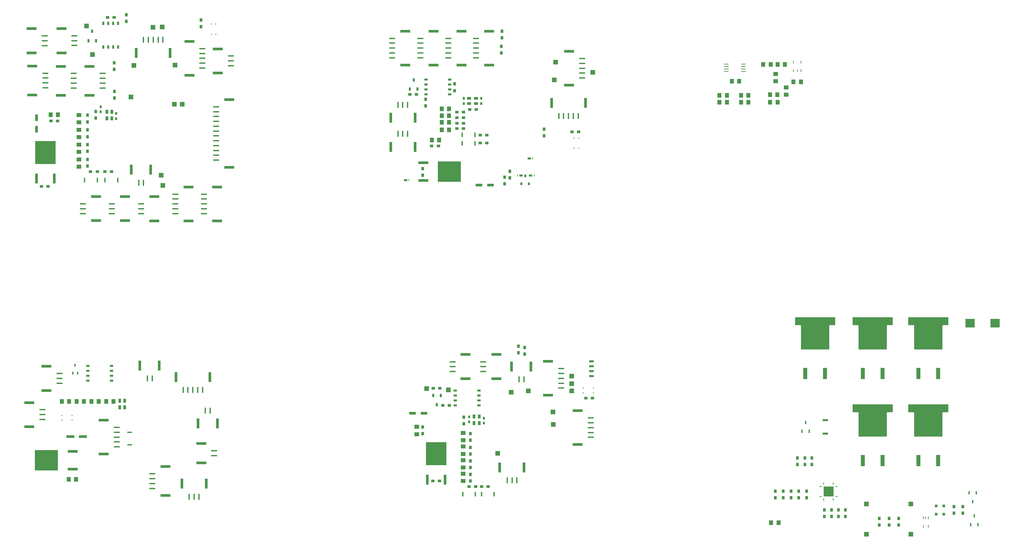
<source format=gbr>
G04 DipTrace 3.2.0.1*
G04 TopPaste.gbr*
%MOIN*%
G04 #@! TF.FileFunction,Paste,Top*
G04 #@! TF.Part,Single*
%AMOUTLINE2*
4,1,16,
0.204724,0.081693,
0.147638,0.081693,
0.146131,0.081393,
0.144854,0.08054,
0.144,0.079263,
0.143701,0.077756,
0.143701,-0.162402,
-0.143701,-0.162402,
-0.143701,0.077756,
-0.144,0.079263,
-0.144854,0.08054,
-0.146131,0.081393,
-0.147638,0.081693,
-0.204724,0.081693,
-0.204724,0.162402,
0.204724,0.162402,
0.204724,0.081693,
0*%
%AMOUTLINE5*
4,1,5,
-0.001969,-0.012795,
-0.001969,0.012795,
0.000338,0.012795,
0.001969,0.011165,
0.001969,-0.012795,
-0.001969,-0.012795,
0*%
%AMOUTLINE8*
4,1,5,
0.001969,-0.012795,
0.001969,0.012795,
-0.001969,0.012795,
-0.001969,-0.011165,
-0.000338,-0.012795,
0.001969,-0.012795,
0*%
%AMOUTLINE11*
4,1,5,
-0.012795,-0.001969,
0.012795,-0.001969,
0.012795,0.000338,
0.011165,0.001969,
-0.012795,0.001969,
-0.012795,-0.001969,
0*%
%AMOUTLINE14*
4,1,5,
0.012795,0.001969,
-0.012795,0.001969,
-0.012795,-0.000338,
-0.011165,-0.001969,
0.012795,-0.001969,
0.012795,0.001969,
0*%
%AMOUTLINE17*
4,1,5,
0.001969,0.012795,
0.001969,-0.012795,
-0.001969,-0.012795,
-0.001969,0.011165,
-0.000338,0.012795,
0.001969,0.012795,
0*%
%AMOUTLINE20*
4,1,5,
-0.001969,-0.012795,
-0.001969,0.012795,
0.001969,0.012795,
0.001969,-0.011165,
0.000338,-0.012795,
-0.001969,-0.012795,
0*%
%AMOUTLINE23*
4,1,5,
-0.012795,0.001969,
0.012795,0.001969,
0.012795,-0.000338,
0.011165,-0.001969,
-0.012795,-0.001969,
-0.012795,0.001969,
0*%
%AMOUTLINE26*
4,1,5,
0.012795,-0.001969,
-0.012795,-0.001969,
-0.012795,0.000338,
-0.011165,0.001969,
0.012795,0.001969,
0.012795,-0.001969,
0*%
%ADD61R,0.031496X0.035433*%
%ADD104R,0.031496X0.027559*%
%ADD106R,0.007874X0.027559*%
%ADD108R,0.102362X0.102362*%
%ADD110R,0.003937X0.025591*%
%ADD112R,0.025591X0.003937*%
%ADD114R,0.043307X0.114173*%
%ADD116R,0.017717X0.033465*%
%ADD122R,0.055118X0.023622*%
%ADD124R,0.094488X0.086614*%
%ADD130R,0.047244X0.019685*%
%ADD132R,0.051181X0.01378*%
%ADD134R,0.011024X0.014567*%
%ADD136R,0.011811X0.025591*%
%ADD138R,0.07874X0.031496*%
%ADD144R,0.009843X0.029528*%
%ADD146R,0.049213X0.009843*%
%ADD148R,0.03937X0.031496*%
%ADD150R,0.234252X0.21063*%
%ADD152R,0.100394X0.031496*%
%ADD154R,0.037126X0.022126*%
%ADD155R,0.023622X0.027559*%
%ADD157R,0.032874X0.019291*%
%ADD159R,0.007283X0.019291*%
%ADD161R,0.070866X0.031496*%
%ADD163R,0.031496X0.03937*%
%ADD165R,0.21063X0.234252*%
%ADD167R,0.031496X0.100394*%
%ADD169R,0.022126X0.037126*%
%ADD171R,0.003937X0.03937*%
%ADD173R,0.03937X0.003937*%
%ADD175R,0.014567X0.011024*%
%ADD181R,0.015748X0.059055*%
%ADD183R,0.031496X0.102362*%
%ADD185R,0.059055X0.015748*%
%ADD187R,0.102362X0.031496*%
%ADD189R,0.043307X0.051181*%
%ADD191R,0.051181X0.043307*%
%ADD193R,0.023622X0.033465*%
%ADD195R,0.019685X0.027559*%
%ADD197R,0.031496X0.070866*%
%ADD200R,0.035433X0.031496*%
%ADD202R,0.01378X0.051181*%
%ADD204R,0.051181X0.051181*%
%ADD213OUTLINE2*%
%ADD216OUTLINE5*%
%ADD219OUTLINE8*%
%ADD222OUTLINE11*%
%ADD225OUTLINE14*%
%ADD228OUTLINE17*%
%ADD231OUTLINE20*%
%ADD234OUTLINE23*%
%ADD237OUTLINE26*%
%FSLAX26Y26*%
G04*
G70*
G90*
G75*
G01*
G04 TopPaste*
%LPD*%
D204*
X2385035Y5409500D3*
X2366741Y5511835D3*
D202*
X1719038Y5462832D3*
X1591085D3*
X1797778D3*
X1925731D3*
D197*
X1105192Y6097962D3*
Y5979852D3*
D195*
X1753411Y6207802D3*
Y6156621D3*
X1909644Y6139059D3*
Y6087878D3*
D61*
X2770278Y7085094D3*
Y7018165D3*
D200*
X1890853Y7113811D3*
X1823924D3*
X1155193Y5399407D3*
X1222122D3*
D204*
X1669016Y6735366D3*
X1610836Y7026705D3*
D193*
X1631474Y6877463D3*
X1706277D3*
X1668875Y6971951D3*
D191*
X1534018Y5898256D3*
Y5973059D3*
Y5748256D3*
Y5823059D3*
Y5598256D3*
Y5673059D3*
Y6048256D3*
Y6123059D3*
D189*
X1320550Y6125198D3*
X1245747D3*
D204*
X2091151Y6625130D3*
X2059655Y6307110D3*
D187*
X3055949Y5592858D3*
Y6279866D3*
D185*
X2924059Y5960969D3*
Y5714906D3*
Y5764118D3*
Y5665693D3*
Y5813331D3*
Y5862543D3*
Y6010181D3*
Y5911756D3*
Y6059394D3*
Y6108606D3*
Y6157819D3*
Y6207031D3*
D187*
X1061917Y6620625D3*
Y6327318D3*
D185*
X1193807Y6498577D3*
Y6449365D3*
Y6547790D3*
Y6400152D3*
D187*
X1706469Y5051638D3*
Y5297701D3*
D185*
X1574579Y5124472D3*
Y5173685D3*
Y5222898D3*
D187*
X1999930Y5051732D3*
Y5297795D3*
D185*
X1868041Y5124567D3*
Y5173780D3*
Y5222992D3*
D187*
X2296310Y5051114D3*
Y5297177D3*
D185*
X2164420Y5123949D3*
Y5173161D3*
Y5222374D3*
D187*
X2642332Y5051205D3*
Y5393724D3*
D185*
X2510442Y5124039D3*
Y5173252D3*
Y5222465D3*
Y5124039D3*
Y5271677D3*
Y5320890D3*
D187*
X2933671Y5051205D3*
Y5393724D3*
D185*
X2801781Y5124039D3*
Y5173252D3*
Y5222465D3*
Y5124039D3*
Y5271677D3*
Y5320890D3*
D187*
X1349396Y6617843D3*
Y6324535D3*
D185*
X1481286Y6495795D3*
Y6446583D3*
Y6545008D3*
Y6397370D3*
D187*
X1640648Y6617843D3*
Y6324535D3*
D185*
X1772538Y6495795D3*
Y6446583D3*
Y6545008D3*
Y6397370D3*
D187*
X2941545Y6794421D3*
Y6548358D3*
D185*
X3073434Y6721587D3*
Y6672374D3*
Y6623161D3*
D183*
X2115577Y6754285D3*
X2458097D3*
D181*
X2237625Y6886175D3*
X2286837D3*
X2188412D3*
X2336050D3*
X2385262D3*
D187*
X1357067Y6999510D3*
Y6753448D3*
D185*
X1488957Y6926676D3*
Y6877463D3*
Y6828251D3*
D187*
X2653504Y6869735D3*
Y6527215D3*
D185*
X2785394Y6747688D3*
Y6698475D3*
Y6796900D3*
Y6649262D3*
Y6600050D3*
D183*
X2261378Y5568773D3*
X2064528D3*
D181*
X2188543Y5436883D3*
X2139331D3*
D187*
X1055177Y6999244D3*
Y6753181D3*
D185*
X1187067Y6926409D3*
Y6877197D3*
Y6827984D3*
D200*
X1864707Y5549446D3*
X1797778D3*
X1652109D3*
X1719038D3*
D61*
X1890364Y6585136D3*
Y6652066D3*
X1894301Y6362228D3*
Y6295299D3*
X1621522Y5606327D3*
Y5673256D3*
Y5756327D3*
Y5823256D3*
X1621521Y5904507D3*
Y5971436D3*
Y6054507D3*
Y6121436D3*
X1703416Y6093001D3*
Y6159930D3*
X2013227Y7071924D3*
Y7138853D3*
D200*
X1317692Y6062299D3*
X1250762D3*
D175*
X2922163Y6943417D3*
Y7046567D3*
X2876493Y6943417D3*
Y7046567D3*
D204*
X2579340Y6232307D3*
X2500600D3*
D173*
X2053488Y6152139D3*
Y6132454D3*
Y6112769D3*
Y6093084D3*
Y6073399D3*
Y6053714D3*
Y6034029D3*
Y6014344D3*
Y5994659D3*
Y5974974D3*
Y5955289D3*
Y5935604D3*
Y5915919D3*
Y5896234D3*
Y5876549D3*
Y5856864D3*
D171*
X2132228Y5778123D3*
X2151913D3*
X2171598D3*
X2191283D3*
X2210969D3*
X2230654D3*
X2250339D3*
X2270024D3*
X2289709D3*
X2309394D3*
X2329079D3*
X2348764D3*
X2368449D3*
X2388134D3*
X2407819D3*
X2427504D3*
D173*
X2506244Y5856864D3*
Y5876549D3*
Y5896234D3*
Y5915919D3*
Y5935604D3*
Y5955289D3*
Y5974974D3*
Y5994659D3*
Y6014344D3*
Y6034029D3*
Y6053714D3*
Y6073399D3*
Y6093084D3*
Y6112769D3*
Y6132454D3*
Y6152139D3*
D171*
X2427504Y6230879D3*
X2407819D3*
X2388134D3*
X2368449D3*
X2348764D3*
X2329079D3*
X2309394D3*
X2289709D3*
X2270024D3*
X2250339D3*
X2230654D3*
X2210969D3*
X2191283D3*
X2171598D3*
X2151913D3*
X2132228D3*
D169*
X1930467Y7052092D3*
X1880467D3*
X1830467D3*
X1780467D3*
Y6811593D3*
X1830467D3*
X1880467D3*
X1930467D3*
D167*
X1105552Y5479146D3*
X1285080D3*
D165*
X1195316Y5742925D3*
D204*
X2284064Y7013451D3*
X2378552Y7017388D3*
X2508474Y6629526D3*
D163*
X1815916Y6090753D3*
X1867097D3*
X1815916Y6157682D3*
X1867097D3*
D202*
X5545811Y5835735D3*
X5417858D3*
X5545811Y5922349D3*
X5417858D3*
D161*
X5705277Y5414475D3*
X5587167D3*
D195*
X5433623Y6292428D3*
Y6241247D3*
X5610789D3*
Y6292428D3*
D200*
X6532049Y5953845D3*
X6598978D3*
D61*
X5341070Y6371168D3*
Y6438097D3*
X5016301Y5579829D3*
Y5512900D3*
D193*
X4888314Y6386916D3*
X4963117D3*
X4925715Y6481404D3*
D189*
X5284017Y6115262D3*
X5209214D3*
X5284017Y6048333D3*
X5209214D3*
X5284017Y5973530D3*
X5209214D3*
X5284017Y6186129D3*
X5209214D3*
X5110789Y5871168D3*
X5185592D3*
D159*
X6134411Y5682192D3*
D157*
X6098781D3*
D159*
X6146222Y5508963D3*
D157*
X6110592D3*
D159*
X5976930D3*
D157*
X6012560D3*
D159*
X4878505Y5461719D3*
D157*
X4842875D3*
D187*
X4839135Y6631010D3*
Y6973530D3*
D185*
X4707245Y6703845D3*
Y6753058D3*
Y6802270D3*
Y6703845D3*
Y6851483D3*
Y6900696D3*
D187*
X5689529Y6631010D3*
Y6973530D3*
D185*
X5557639Y6703845D3*
Y6753058D3*
Y6802270D3*
Y6703845D3*
Y6851483D3*
Y6900696D3*
D187*
X5410001Y6631010D3*
Y6973530D3*
D185*
X5278112Y6703845D3*
Y6753058D3*
Y6802270D3*
Y6703845D3*
Y6851483D3*
Y6900696D3*
D187*
X5126537Y6631010D3*
Y6973530D3*
D185*
X4994647Y6703845D3*
Y6753058D3*
Y6802270D3*
Y6703845D3*
Y6851483D3*
Y6900696D3*
D187*
X6500552Y6768984D3*
Y6426465D3*
D185*
X6632442Y6646937D3*
Y6597724D3*
Y6696150D3*
Y6548512D3*
Y6499299D3*
D183*
X4693466Y5800302D3*
X4939529D3*
D181*
X4766301Y5932192D3*
X4815513D3*
X4864726D3*
D183*
X6665907Y6245184D3*
X6323387D3*
D181*
X6543860Y6113294D3*
X6494647D3*
X6593072D3*
X6445434D3*
X6396222D3*
D183*
X4693466Y6095577D3*
X4939529D3*
D181*
X4766301Y6227467D3*
X4815513D3*
X4864726D3*
D155*
X6055671Y5505026D3*
X6093072Y5426286D3*
X6018269D3*
D61*
X6248584Y5914475D3*
Y5981404D3*
D200*
X5667858Y5918412D3*
X5600929D3*
X5667858Y5839672D3*
X5600929D3*
D61*
X5847009Y5426286D3*
Y5493215D3*
X5902127Y5485341D3*
Y5552270D3*
X5819450Y6973530D3*
Y6906601D3*
X5815513Y6819987D3*
Y6753058D3*
D200*
X5362757Y5985341D3*
X5429686D3*
X5362757Y6040459D3*
X5429686D3*
X5362757Y6095577D3*
X5429686D3*
X5362757Y6154633D3*
X5429686D3*
X5559608Y6178255D3*
X5492678D3*
X4955243Y6331798D3*
X4888314D3*
D61*
X5045794Y6284554D3*
Y6217625D3*
D200*
X5108820Y5810144D3*
X5175749D3*
D175*
X6551734Y5890853D3*
Y5787703D3*
X6597403Y5890853D3*
Y5787703D3*
D173*
X5705277Y6272743D3*
Y6253058D3*
Y6233373D3*
Y6213688D3*
Y6194003D3*
Y6174318D3*
Y6154633D3*
Y6134948D3*
Y6115262D3*
Y6095577D3*
Y6075892D3*
Y6056207D3*
Y6036522D3*
Y6016837D3*
Y5997152D3*
Y5977467D3*
D171*
X5784017Y5898727D3*
X5803702D3*
X5823387D3*
X5843072D3*
X5862757D3*
X5882442D3*
X5902127D3*
X5921812D3*
X5941497D3*
X5961182D3*
X5980867D3*
X6000552D3*
X6020238D3*
X6039923D3*
X6059608D3*
X6079293D3*
D173*
X6158033Y5977467D3*
Y5997152D3*
Y6016837D3*
Y6036522D3*
Y6056207D3*
Y6075892D3*
Y6095577D3*
Y6115262D3*
Y6134948D3*
Y6154633D3*
Y6174318D3*
Y6194003D3*
Y6213688D3*
Y6233373D3*
Y6253058D3*
Y6272743D3*
D171*
X6079293Y6351483D3*
X6059608D3*
X6039923D3*
X6020238D3*
X6000552D3*
X5980867D3*
X5961182D3*
X5941497D3*
X5921812D3*
X5902127D3*
X5882442D3*
X5862757D3*
X5843072D3*
X5823387D3*
X5803702D3*
X5784017D3*
D154*
X5289888Y6331798D3*
Y6381798D3*
Y6431798D3*
Y6481798D3*
X5049390D3*
Y6431798D3*
Y6381798D3*
Y6331798D3*
D152*
X5024175Y5638885D3*
Y5459357D3*
D150*
X5287954Y5549121D3*
D204*
X6362757Y6658570D3*
X6740710Y6556207D3*
X6350946Y6481404D3*
D148*
X5555671Y6241247D3*
Y6292428D3*
X5488741Y6241247D3*
Y6292428D3*
D189*
X8149929Y6466224D3*
X8224732D3*
D191*
X8593726Y6541232D3*
Y6466429D3*
D189*
X8612478Y6253702D3*
X8537675D3*
D191*
X8699987Y6328710D3*
Y6403513D3*
D189*
X8099924Y6322459D3*
X8025121D3*
X8099924Y6253702D3*
X8025121D3*
X8243689Y6322459D3*
X8318492D3*
X8243689Y6253702D3*
X8318492D3*
X8468713Y6634992D3*
X8543516D3*
X8687486D3*
X8612682D3*
X8537470Y6328710D3*
X8612273D3*
X8850003Y6459974D3*
X8775199D3*
D146*
X8093673Y6566235D3*
Y6591235D3*
Y6616235D3*
Y6641235D3*
X8268673Y6566235D3*
Y6591235D3*
Y6616235D3*
Y6641235D3*
D144*
X8850003Y6572486D3*
X8812601D3*
X8850003Y6659100D3*
X8775199D3*
Y6572486D3*
D138*
X1446432Y2862215D3*
X1572416D3*
D136*
X1469411Y3505180D3*
X1520597D3*
X1495004Y3587857D3*
D189*
X1660022Y3220801D3*
X1734825D3*
X1510022D3*
X1584825D3*
X1360022D3*
X1434825D3*
X1810022D3*
X1884825D3*
X1430776Y2429412D3*
X1505579D3*
D183*
X2823186Y2384974D3*
X2577123D3*
D181*
X2750352Y2253084D3*
X2701139D3*
X2651927D3*
D183*
X2348732Y3583983D3*
X2151882D3*
D181*
X2275898Y3452093D3*
X2226685D3*
D183*
X2859201Y3467894D3*
X2516681D3*
D181*
X2737154Y3336004D3*
X2687941D3*
X2786366D3*
X2638728D3*
X2589516D3*
D187*
X1785647Y3028570D3*
Y2686050D3*
D185*
X1917537Y2906522D3*
Y2857310D3*
Y2955735D3*
Y2808097D3*
Y2758885D3*
D187*
X1204759Y3575811D3*
Y3329748D3*
D185*
X1336648Y3502976D3*
Y3453764D3*
Y3404551D3*
D187*
X1032252Y3207761D3*
Y2961698D3*
D185*
X1164142Y3134927D3*
Y3085714D3*
Y3036501D3*
D187*
X2409115Y2264906D3*
Y2558213D3*
D185*
X2277226Y2337740D3*
Y2386953D3*
Y2436165D3*
Y2337740D3*
Y2485378D3*
D187*
X2773650Y2792472D3*
Y2595622D3*
D185*
X2905539Y2719638D3*
Y2670425D3*
D183*
X2741734Y2994961D3*
X2938584D3*
D181*
X2814568Y3126850D3*
X2863781D3*
D134*
X1462995Y3077050D3*
X1359845D3*
X1462995Y3031381D3*
X1359845D3*
D132*
X2048327Y2778556D3*
Y2906509D3*
D173*
X2137831Y3126698D3*
Y3107013D3*
Y3087328D3*
Y3067643D3*
Y3047958D3*
Y3028273D3*
Y3008588D3*
Y2988903D3*
Y2969218D3*
Y2949533D3*
Y2929848D3*
Y2910163D3*
Y2890478D3*
Y2870793D3*
Y2851108D3*
Y2831423D3*
D171*
X2216571Y2752682D3*
X2236256D3*
X2255941D3*
X2275626D3*
X2295311D3*
X2314996D3*
X2334681D3*
X2354366D3*
X2374051D3*
X2393736D3*
X2413421D3*
X2433106D3*
X2452791D3*
X2472476D3*
X2492161D3*
X2511846D3*
D173*
X2590587Y2831423D3*
Y2851108D3*
Y2870793D3*
Y2890478D3*
Y2910163D3*
Y2929848D3*
Y2949533D3*
Y2969218D3*
Y2988903D3*
Y3008588D3*
Y3028273D3*
Y3047958D3*
Y3067643D3*
Y3087328D3*
Y3107013D3*
Y3126698D3*
D171*
X2511846Y3205438D3*
X2492161D3*
X2472476D3*
X2452791D3*
X2433106D3*
X2413421D3*
X2393736D3*
X2374051D3*
X2354366D3*
X2334681D3*
X2314996D3*
X2295311D3*
X2275626D3*
X2255941D3*
X2236256D3*
X2216571D3*
D154*
X1864373Y3430102D3*
Y3480102D3*
Y3530102D3*
Y3580102D3*
X1623874D3*
Y3530102D3*
Y3480102D3*
Y3430102D3*
D152*
X1469126Y2534160D3*
Y2713688D3*
D150*
X1205346Y2623924D3*
D163*
X1997920Y3226726D3*
X1946739D3*
X1997920Y3159797D3*
X1946739D3*
D204*
X5776088Y2693724D3*
D202*
X5550942Y2281178D3*
X5422990D3*
X5613442D3*
X5741395D3*
D195*
X5487852Y3011841D3*
Y3063022D3*
X5638442Y3049932D3*
Y2998751D3*
D200*
X6671218Y3253672D3*
X6738147D3*
D161*
X4913444Y3099932D3*
X5031554D3*
D200*
X5119692Y2412432D3*
X5186621D3*
D204*
X5057192Y3349932D3*
X5275942Y3337432D3*
D193*
X5199269Y3279558D3*
X5124466D3*
X5161867Y3185070D3*
D191*
X5425942Y2687432D3*
Y2762235D3*
Y2549932D3*
Y2624735D3*
Y2412432D3*
Y2487235D3*
Y2824932D3*
Y2899735D3*
X4957193Y2962432D3*
Y2887629D3*
D204*
X6088442Y3324932D3*
X5913442Y3312432D3*
D183*
X6115509Y3574735D3*
X5918659D3*
D181*
X6042675Y3442845D3*
X5993462D3*
D187*
X6288442Y3624932D3*
Y3282412D3*
D185*
X6420332Y3502885D3*
Y3453672D3*
Y3552097D3*
Y3404459D3*
Y3355247D3*
D187*
X6588442Y3124932D3*
Y2782412D3*
D185*
X6720332Y3002885D3*
Y2953672D3*
Y3052097D3*
Y2904459D3*
Y2855247D3*
D187*
X5450942Y3449932D3*
Y3695995D3*
D185*
X5319052Y3522766D3*
Y3571979D3*
Y3621192D3*
D187*
X5763442Y3449932D3*
Y3695995D3*
D185*
X5631552Y3522766D3*
Y3571979D3*
Y3621192D3*
D183*
X6044810Y2549990D3*
X5798747D3*
D181*
X5971975Y2418100D3*
X5922762D3*
X5873550D3*
X5971975D3*
D61*
X5434407Y2991467D3*
Y3058396D3*
D200*
X5124269Y3354558D3*
X5191198D3*
X5286769Y3179558D3*
X5219840D3*
D61*
X6050942Y3699932D3*
Y3766861D3*
X5988442Y3712432D3*
Y3779361D3*
X5500942Y2412432D3*
Y2479361D3*
Y2549932D3*
Y2616861D3*
Y2687432D3*
Y2754361D3*
Y2824932D3*
Y2891861D3*
D200*
X5680371Y2356178D3*
X5613442D3*
X5488442D3*
X5555371D3*
D61*
X5015657Y2958396D3*
Y2891467D3*
D134*
X6746218Y3353672D3*
X6643068D3*
X6746218Y3308003D3*
X6643068D3*
D204*
X6340411Y2987432D3*
X6338442Y3112432D3*
D173*
X5788442Y3087432D3*
Y3067747D3*
Y3048062D3*
Y3028377D3*
Y3008692D3*
Y2989007D3*
Y2969322D3*
Y2949636D3*
Y2929951D3*
Y2910266D3*
Y2890581D3*
Y2870896D3*
Y2851211D3*
Y2831526D3*
Y2811841D3*
Y2792156D3*
D171*
X5867182Y2713416D3*
X5886867D3*
X5906552D3*
X5926238D3*
X5945923D3*
X5965608D3*
X5985293D3*
X6004978D3*
X6024663D3*
X6044348D3*
X6064033D3*
X6083718D3*
X6103403D3*
X6123088D3*
X6142773D3*
X6162458D3*
D173*
X6241198Y2792156D3*
Y2811841D3*
Y2831526D3*
Y2851211D3*
Y2870896D3*
Y2890581D3*
Y2910266D3*
Y2929951D3*
Y2949636D3*
Y2969322D3*
Y2989007D3*
Y3008692D3*
Y3028377D3*
Y3048062D3*
Y3067747D3*
Y3087432D3*
D171*
X6162458Y3166172D3*
X6142773D3*
X6123088D3*
X6103403D3*
X6083718D3*
X6064033D3*
X6044348D3*
X6024663D3*
X6004978D3*
X5985293D3*
X5965608D3*
X5945923D3*
X5926238D3*
X5906552D3*
X5886867D3*
X5867182D3*
D154*
X5586769Y3179558D3*
Y3229558D3*
Y3279558D3*
Y3329558D3*
X5346270D3*
Y3279558D3*
Y3229558D3*
Y3179558D3*
D167*
X5063442Y2424932D3*
X5242970D3*
D165*
X5153206Y2688711D3*
D130*
X6725942Y3474932D3*
Y3524932D3*
Y3574932D3*
Y3624932D3*
D204*
X6525942Y3474932D3*
Y3399932D3*
Y3324932D3*
D163*
X5538442Y2999932D3*
X5589623D3*
X5538442Y3066861D3*
X5589623D3*
D61*
X8828224Y2309143D3*
Y2242214D3*
X8815576Y2578583D3*
Y2645512D3*
X9159327Y2120167D3*
Y2053238D3*
X8906965Y2242214D3*
Y2309143D3*
X9088067Y2053238D3*
Y2120167D3*
D124*
X10564445Y4013867D3*
X10816427D3*
D61*
X10399415Y2084991D3*
Y2151920D3*
D122*
X9096827Y3028581D3*
Y2894723D3*
D189*
X8623500Y1990245D3*
X8548697D3*
D116*
X8859327Y2916083D3*
X8934130D3*
X8896728Y3006634D3*
D114*
X8895154Y3501663D3*
X9095154D3*
D213*
X8995154Y3908159D3*
D114*
X10040823Y3501663D3*
X10240823D3*
D213*
X10140823Y3908159D3*
D114*
X9477831Y3501663D3*
X9677831D3*
D213*
X9577831Y3908159D3*
D114*
X10040823Y2619773D3*
X10240823D3*
D213*
X10140823Y3026269D3*
D114*
X9477831Y2619773D3*
X9677831D3*
D213*
X9577831Y3026269D3*
D116*
X10569531Y1970560D3*
X10644335D3*
X10606933Y2061112D3*
X10627437Y2293395D3*
X10552634D3*
X10590035Y2202844D3*
D61*
X8959327Y2578583D3*
Y2645512D3*
X8890576Y2578583D3*
Y2645512D3*
X8592004Y2242214D3*
Y2309143D3*
X8670744Y2242214D3*
Y2309143D3*
X8749484Y2242214D3*
Y2309143D3*
X9230587Y2120167D3*
Y2053238D3*
X9301846Y2120167D3*
Y2053238D3*
X10489933Y2151920D3*
Y2084991D3*
X9645154Y2032568D3*
Y1965639D3*
X9742769Y2032568D3*
Y1965639D3*
X9840385Y2032568D3*
Y1965639D3*
D204*
X9515419Y2178542D3*
Y1871455D3*
X9965371Y2178542D3*
Y1871455D3*
D216*
X9178618Y2226466D3*
D112*
X9049484Y2335521D3*
Y2315836D3*
Y2296151D3*
Y2276466D3*
D110*
X9099878Y2226466D3*
X9119563D3*
X9139248D3*
X9158933D3*
D112*
X9209327Y2276466D3*
Y2296151D3*
Y2315836D3*
Y2335521D3*
D110*
X9158933Y2385521D3*
X9139248D3*
X9119563D3*
X9099878D3*
D108*
X9129406Y2305993D3*
D219*
X9080193Y2385521D3*
D222*
X9049484Y2355206D3*
D225*
X9209327Y2256781D3*
D228*
X9080193Y2226466D3*
D231*
X9178618Y2385521D3*
D234*
X9049484Y2256781D3*
D237*
X9209327Y2355206D3*
D106*
X10140353Y2041056D3*
X10114762D3*
X10089172D3*
Y1954442D3*
X10140353D3*
D104*
X10221594Y2159794D3*
Y2077117D3*
X10296398Y2159794D3*
Y2077117D3*
M02*

</source>
